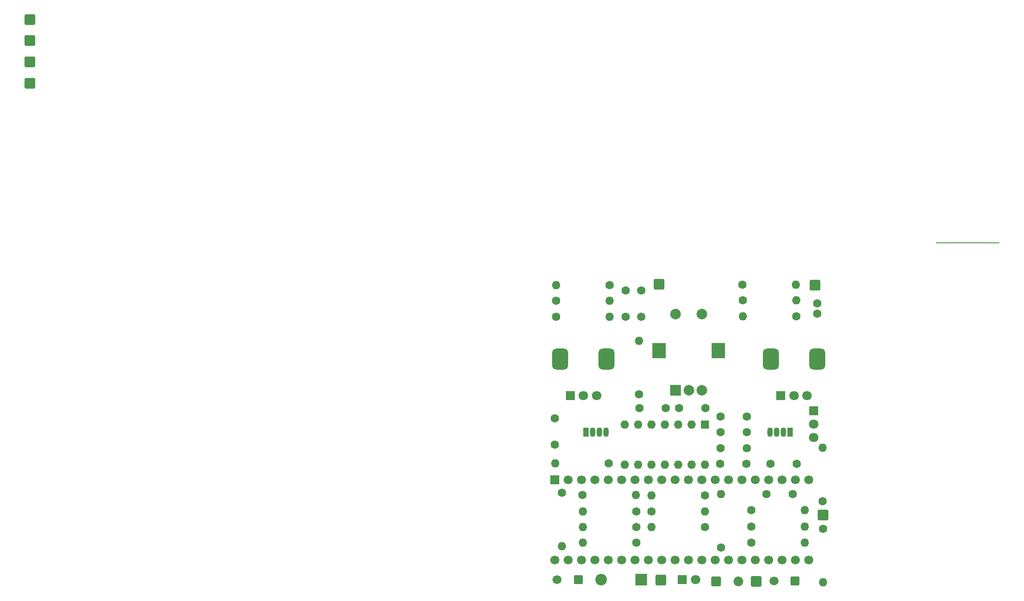
<source format=gbr>
%TF.GenerationSoftware,KiCad,Pcbnew,8.0.2-8.0.2-0~ubuntu22.04.1*%
%TF.CreationDate,2024-05-27T12:02:15+10:00*%
%TF.ProjectId,podal_1590b,706f6461-6c5f-4313-9539-30622e6b6963,0.3*%
%TF.SameCoordinates,Original*%
%TF.FileFunction,Soldermask,Top*%
%TF.FilePolarity,Negative*%
%FSLAX46Y46*%
G04 Gerber Fmt 4.6, Leading zero omitted, Abs format (unit mm)*
G04 Created by KiCad (PCBNEW 8.0.2-8.0.2-0~ubuntu22.04.1) date 2024-05-27 12:02:15*
%MOMM*%
%LPD*%
G01*
G04 APERTURE LIST*
G04 Aperture macros list*
%AMRoundRect*
0 Rectangle with rounded corners*
0 $1 Rounding radius*
0 $2 $3 $4 $5 $6 $7 $8 $9 X,Y pos of 4 corners*
0 Add a 4 corners polygon primitive as box body*
4,1,4,$2,$3,$4,$5,$6,$7,$8,$9,$2,$3,0*
0 Add four circle primitives for the rounded corners*
1,1,$1+$1,$2,$3*
1,1,$1+$1,$4,$5*
1,1,$1+$1,$6,$7*
1,1,$1+$1,$8,$9*
0 Add four rect primitives between the rounded corners*
20,1,$1+$1,$2,$3,$4,$5,0*
20,1,$1+$1,$4,$5,$6,$7,0*
20,1,$1+$1,$6,$7,$8,$9,0*
20,1,$1+$1,$8,$9,$2,$3,0*%
G04 Aperture macros list end*
%ADD10C,0.150000*%
%ADD11RoundRect,0.250000X-0.750000X-0.750000X0.750000X-0.750000X0.750000X0.750000X-0.750000X0.750000X0*%
%ADD12R,2.200000X2.200000*%
%ADD13O,2.200000X2.200000*%
%ADD14R,1.070000X1.800000*%
%ADD15O,1.070000X1.800000*%
%ADD16C,1.600000*%
%ADD17O,1.600000X1.600000*%
%ADD18RoundRect,0.250000X0.750000X0.750000X-0.750000X0.750000X-0.750000X-0.750000X0.750000X-0.750000X0*%
%ADD19R,1.800000X1.800000*%
%ADD20C,1.800000*%
%ADD21RoundRect,0.750000X0.750000X-1.250000X0.750000X1.250000X-0.750000X1.250000X-0.750000X-1.250000X0*%
%ADD22RoundRect,0.250000X0.600000X0.600000X-0.600000X0.600000X-0.600000X-0.600000X0.600000X-0.600000X0*%
%ADD23C,1.700000*%
%ADD24R,2.000000X2.000000*%
%ADD25C,2.000000*%
%ADD26R,2.500000X3.000000*%
%ADD27RoundRect,0.250000X-0.675000X-0.675000X0.675000X-0.675000X0.675000X0.675000X-0.675000X0.675000X0*%
%ADD28C,1.850000*%
%ADD29R,1.600000X1.600000*%
%ADD30R,1.700000X1.700000*%
G04 APERTURE END LIST*
D10*
X174000000Y-44000000D02*
X186000000Y-44000000D01*
D11*
%TO.C,J7*%
X1775000Y-13675000D03*
%TD*%
%TO.C,J6*%
X1775000Y-9625000D03*
%TD*%
%TO.C,J2*%
X1775000Y-5575000D03*
%TD*%
%TO.C,J1*%
X1775000Y-1525000D03*
%TD*%
D12*
%TO.C,D2*%
X118000000Y-108000000D03*
D13*
X110380000Y-108000000D03*
%TD*%
D14*
%TO.C,D3*%
X107460000Y-80000000D03*
D15*
X108730000Y-80000000D03*
X110000000Y-80000000D03*
X111270000Y-80000000D03*
%TD*%
D16*
%TO.C,R16*%
X133135033Y-101885273D03*
D17*
X133135033Y-91725273D03*
%TD*%
D16*
%TO.C,R13*%
X138920000Y-101000000D03*
D17*
X149080000Y-101000000D03*
%TD*%
D16*
%TO.C,C9*%
X122641261Y-75392489D03*
X117641261Y-75392489D03*
%TD*%
%TO.C,R4*%
X137184369Y-51938278D03*
D17*
X147344369Y-51938278D03*
%TD*%
D18*
%TO.C,J8*%
X121343000Y-51832521D03*
%TD*%
D16*
%TO.C,C7*%
X147500000Y-86000000D03*
X142500000Y-86000000D03*
%TD*%
%TO.C,C10*%
X141773178Y-91715983D03*
X146773178Y-91715983D03*
%TD*%
%TO.C,R18*%
X152492686Y-98337906D03*
D17*
X152492686Y-108497906D03*
%TD*%
D16*
%TO.C,R19*%
X130080000Y-92000000D03*
D17*
X119920000Y-92000000D03*
%TD*%
D19*
%TO.C,D1*%
X125730000Y-108000000D03*
D20*
X128270000Y-108000000D03*
%TD*%
D16*
%TO.C,R9*%
X117080000Y-95000000D03*
D17*
X106920000Y-95000000D03*
%TD*%
D16*
%TO.C,C3*%
X138059677Y-76973138D03*
X133059677Y-76973138D03*
%TD*%
D11*
%TO.C,J9*%
X152544920Y-95704947D03*
%TD*%
%TO.C,J5*%
X139834357Y-108332163D03*
%TD*%
D14*
%TO.C,D4*%
X146270000Y-80000000D03*
D15*
X145000000Y-80000000D03*
X143730000Y-80000000D03*
X142460000Y-80000000D03*
%TD*%
D16*
%TO.C,R22*%
X152461572Y-93116935D03*
D17*
X152461572Y-82956935D03*
%TD*%
D16*
%TO.C,R7*%
X101840000Y-55000000D03*
D17*
X112000000Y-55000000D03*
%TD*%
D16*
%TO.C,R14*%
X138887232Y-94788600D03*
D17*
X149047232Y-94788600D03*
%TD*%
D19*
%TO.C,RV2*%
X144500000Y-73050000D03*
D20*
X147000000Y-73050000D03*
X149500000Y-73050000D03*
D21*
X142600000Y-66050000D03*
X151400000Y-66050000D03*
%TD*%
D16*
%TO.C,R20*%
X119920000Y-95000000D03*
D17*
X130080000Y-95000000D03*
%TD*%
D16*
%TO.C,R3*%
X137264369Y-54938278D03*
D17*
X147424369Y-54938278D03*
%TD*%
D16*
%TO.C,C11*%
X118000000Y-53000000D03*
X118000000Y-58000000D03*
%TD*%
%TO.C,R8*%
X112000000Y-52000000D03*
D17*
X101840000Y-52000000D03*
%TD*%
D19*
%TO.C,RV1*%
X104500000Y-73050000D03*
D20*
X107000000Y-73050000D03*
X109500000Y-73050000D03*
D21*
X102600000Y-66050000D03*
X111400000Y-66050000D03*
%TD*%
D16*
%TO.C,R12*%
X138920000Y-97914528D03*
D17*
X149080000Y-97914528D03*
%TD*%
D16*
%TO.C,R10*%
X117080000Y-98000000D03*
D17*
X106920000Y-98000000D03*
%TD*%
D22*
%TO.C,SW1*%
X106000000Y-108000000D03*
D23*
X102000000Y-108000000D03*
%TD*%
D16*
%TO.C,R1*%
X130080000Y-98000000D03*
D17*
X119920000Y-98000000D03*
%TD*%
D16*
%TO.C,C6*%
X138000000Y-86000000D03*
X133000000Y-86000000D03*
%TD*%
%TO.C,C4*%
X138059677Y-79973138D03*
X133059677Y-79973138D03*
%TD*%
D18*
%TO.C,J4*%
X151000000Y-52000000D03*
%TD*%
D24*
%TO.C,SW3*%
X124500000Y-72000000D03*
D25*
X129500000Y-72000000D03*
X127000000Y-72000000D03*
D26*
X121400000Y-64500000D03*
X132600000Y-64500000D03*
D25*
X124500000Y-57500000D03*
X129500000Y-57500000D03*
%TD*%
D16*
%TO.C,C12*%
X101576468Y-82302941D03*
X101576468Y-77302941D03*
%TD*%
%TO.C,C8*%
X115000000Y-58000000D03*
X115000000Y-53000000D03*
%TD*%
%TO.C,R2*%
X147424369Y-57938278D03*
D17*
X137264369Y-57938278D03*
%TD*%
D16*
%TO.C,R11*%
X117080000Y-101000000D03*
D17*
X106920000Y-101000000D03*
%TD*%
D11*
%TO.C,J3*%
X121717602Y-108046503D03*
%TD*%
D16*
%TO.C,R5*%
X111834916Y-85877458D03*
D17*
X101674916Y-85877458D03*
%TD*%
D27*
%TO.C,BT1*%
X132234097Y-108341084D03*
D28*
X136434097Y-108341084D03*
%TD*%
D16*
%TO.C,R17*%
X102868752Y-91475009D03*
D17*
X102868752Y-101635009D03*
%TD*%
D16*
%TO.C,R15*%
X117578672Y-72743604D03*
D17*
X117578672Y-62583604D03*
%TD*%
D16*
%TO.C,R21*%
X101840000Y-58000000D03*
D17*
X112000000Y-58000000D03*
%TD*%
D16*
%TO.C,C5*%
X138059677Y-82973138D03*
X133059677Y-82973138D03*
%TD*%
D29*
%TO.C,U1*%
X130066294Y-78523539D03*
D17*
X127526294Y-78523539D03*
X124986294Y-78523539D03*
X122446294Y-78523539D03*
X119906294Y-78523539D03*
X117366294Y-78523539D03*
X114826294Y-78523539D03*
X114826294Y-86143539D03*
X117366294Y-86143539D03*
X119906294Y-86143539D03*
X122446294Y-86143539D03*
X124986294Y-86143539D03*
X127526294Y-86143539D03*
X130066294Y-86143539D03*
%TD*%
D16*
%TO.C,C2*%
X130162851Y-75428426D03*
X125162851Y-75428426D03*
%TD*%
D22*
%TO.C,SW2*%
X147168626Y-108207141D03*
D23*
X143168626Y-108207141D03*
%TD*%
D16*
%TO.C,R6*%
X106792500Y-91889742D03*
D17*
X116952500Y-91889742D03*
%TD*%
D16*
%TO.C,C1*%
X151425383Y-55481020D03*
X151425383Y-57481020D03*
%TD*%
D30*
%TO.C,A1*%
X101520000Y-89000000D03*
D23*
X104060000Y-89000000D03*
X106600000Y-89000000D03*
X109140000Y-89000000D03*
X111680000Y-89000000D03*
X114220000Y-89000000D03*
X116760000Y-89000000D03*
X119300000Y-89000000D03*
X121840000Y-89000000D03*
X124380000Y-89000000D03*
X126920000Y-89000000D03*
X129460000Y-89000000D03*
X132000000Y-89000000D03*
X134540000Y-89000000D03*
X137080000Y-89000000D03*
X139620000Y-89000000D03*
X142160000Y-89000000D03*
X144700000Y-89000000D03*
X147240000Y-89000000D03*
X149780000Y-89000000D03*
X149780000Y-104240000D03*
X147240000Y-104240000D03*
X144700000Y-104240000D03*
X142160000Y-104240000D03*
X139620000Y-104240000D03*
X137080000Y-104240000D03*
X134540000Y-104240000D03*
X132000000Y-104240000D03*
X129460000Y-104240000D03*
X126920000Y-104240000D03*
X124380000Y-104240000D03*
X121840000Y-104240000D03*
X119300000Y-104240000D03*
X116760000Y-104240000D03*
X114220000Y-104240000D03*
X111680000Y-104240000D03*
X109140000Y-104240000D03*
X106600000Y-104240000D03*
X104060000Y-104240000D03*
X101520000Y-104240000D03*
%TD*%
D19*
%TO.C,U2*%
X150720433Y-75940131D03*
D20*
X150720433Y-78480131D03*
X150720433Y-81020131D03*
%TD*%
M02*

</source>
